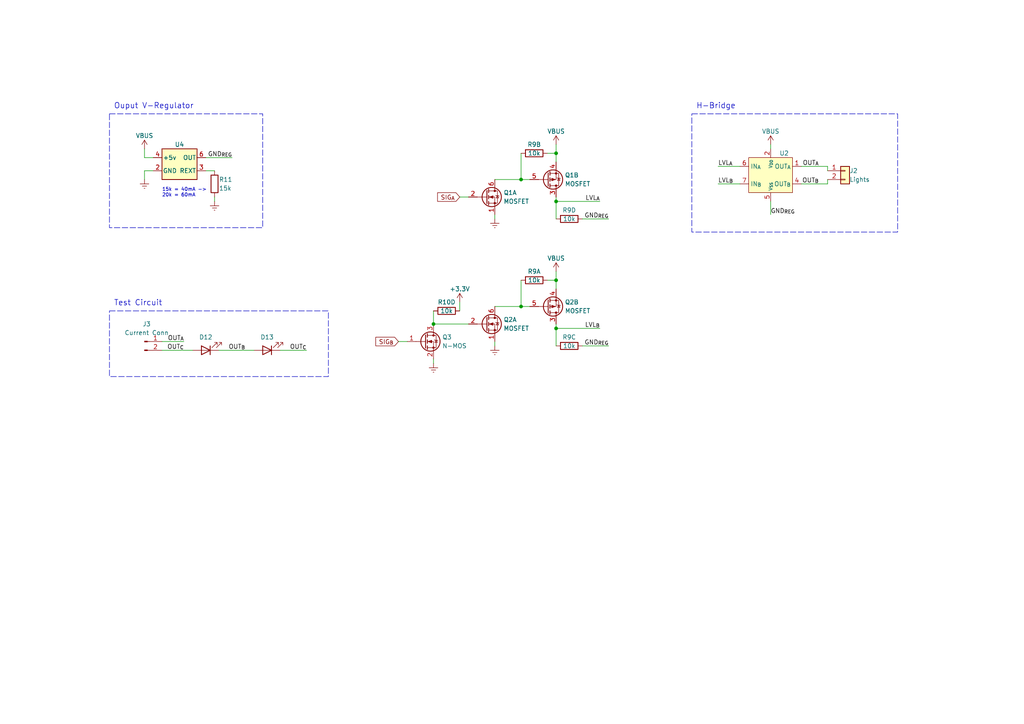
<source format=kicad_sch>
(kicad_sch (version 20231120) (generator "eeschema") (generator_version "8.0")
  (paper "A4")
  (lib_symbols
    (symbol "Connector:Conn_01x02_Pin" (pin_names (offset 1.016) hide)
      (property "Reference" "J" (at 0 2.54 0))
      (property "Value" "Conn_01x02_Pin" (at 0 -5.08 0))
      (symbol "Conn_01x02_Pin_1_1"
        (polyline (pts (xy 1.27 -2.54) (xy 0.8636 -2.54)) (stroke (width 0.1524)))
        (polyline (pts (xy 1.27 0) (xy 0.8636 0)) (stroke (width 0.1524)))
        (rectangle (start 0.8636 -2.413) (end 0 -2.667) (stroke (width 0.1524)) (fill (type outline)))
        (rectangle (start 0.8636 0.127) (end 0 -0.127) (stroke (width 0.1524)) (fill (type outline)))
        (pin passive line (at 5.08 0 180) (length 3.81) (name "Pin_1") (number "1"))
        (pin passive line (at 5.08 -2.54 180) (length 3.81) (name "Pin_2") (number "2"))
      )
    )
    (symbol "_custom:BCR430_CC_LED_Driver" (pin_names (offset 0.254))
      (property "Reference" "U" (at -3.81 5.08 0))
      (property "Value" "LED Driver" (at 0 5.08 0))
      (symbol "BCR430_CC_LED_Driver_1_1"
        (rectangle (start -5.08 3.81) (end 5.08 -5.08) (stroke (width 0.254)) (fill (type background)))
        (pin no_connect line (at 2.54 -7.62 180) (length 2.54) hide (name "NC") (number "1"))
        (pin power_in line (at -7.62 -2.54 0) (length 2.54) (name "GND") (number "2"))
        (pin passive line (at 7.62 -2.54 180) (length 2.54) (name "REXT") (number "3"))
        (pin power_in line (at -7.62 1.27 0) (length 2.54) (name "+5v") (number "4"))
        (pin no_connect line (at 2.54 -10.16 180) (length 2.54) hide (name "NC") (number "5"))
        (pin output line (at 7.62 1.27 180) (length 2.54) (name "OUT") (number "6"))
      )
    )
    (symbol "_custom:Conn_1x02" (pin_names (offset 1.016) hide)
      (property "Reference" "J" (at 0 2.54 0))
      (property "Value" "Conn_1x02" (at 1.27 -5.08 0))
      (symbol "Conn_1x02_1_1"
        (rectangle (start -1.27 -2.413) (end 0 -2.667) (stroke (width 0.1524)))
        (rectangle (start -1.27 0.127) (end 0 -0.127) (stroke (width 0.1524)))
        (rectangle (start -1.27 1.27) (end 1.27 -3.81) (stroke (width 0.254)) (fill (type background)))
        (pin passive line (at -5.08 0 0) (length 3.81) (name "Pin_1") (number "1"))
        (pin passive line (at -5.08 -2.54 0) (length 3.81) (name "Pin_2") (number "2"))
      )
    )
    (symbol "_custom:L9110H_H-Bridge"
      (property "Reference" "U" (at -5.842 6.604 0))
      (symbol "L9110H_H-Bridge_1_1"
        (rectangle (start -6.35 5.08) (end 6.35 -5.08) (fill (type background)))
        (pin output line (at 8.89 2.54 180) (length 2.54) (name "OUT_{A}") (number "1"))
        (pin power_in line (at 0 7.62 270) (length 2.54) (name "V_{DD}") (number "2"))
        (pin power_in line (at 0 7.62 270) (length 2.54) hide (name "V_{DD}") (number "3"))
        (pin output line (at 8.89 -2.54 180) (length 2.54) (name "OUT_{B}") (number "4"))
        (pin power_in line (at 0 -7.62 90) (length 2.54) (name "V_{SS}") (number "5"))
        (pin input line (at -8.89 2.54 0) (length 2.54) (name "IN_{A}") (number "6"))
        (pin input line (at -8.89 -2.54 0) (length 2.54) (name "IN_{B}") (number "7"))
        (pin power_in line (at 0 -7.62 90) (length 2.54) hide (name "V_{SS}") (number "8"))
      )
    )
    (symbol "_custom:LED_Standard" (pin_numbers hide) (pin_names (offset 1.016) hide)
      (property "Reference" "D" (at 0 2.54 0))
      (property "Value" "LED_Standard" (at 0 -2.54 0))
      (symbol "LED_Standard_0_1"
        (polyline (pts (xy -1.27 -1.27) (xy -1.27 1.27)) (stroke (width 0.254)))
        (polyline (pts (xy -1.27 0) (xy 1.27 0)))
        (polyline (pts (xy 1.27 -1.27) (xy 1.27 1.27) (xy -1.27 0) (xy 1.27 -1.27)) (stroke (width 0.254)))
        (polyline (pts (xy -3.048 -0.762) (xy -4.572 -2.286) (xy -3.81 -2.286) (xy -4.572 -2.286) (xy -4.572 -1.524)))
        (polyline (pts (xy -1.778 -0.762) (xy -3.302 -2.286) (xy -2.54 -2.286) (xy -3.302 -2.286) (xy -3.302 -1.524)))
      )
      (symbol "LED_Standard_1_1"
        (pin passive line (at -3.81 0 0) (length 2.54) (name "K") (number "1"))
        (pin passive line (at 3.81 0 180) (length 2.54) (name "A") (number "2"))
      )
    )
    (symbol "_custom:MOSFET_N-Ch" (pin_names hide)
      (property "Reference" "Q" (at 5.08 1.905 0))
      (property "Value" "N-MOS" (at 5.08 0 0))
      (symbol "MOSFET_N-Ch_0_1"
        (polyline (pts (xy 0.254 0) (xy -2.54 0)))
        (polyline (pts (xy 0.254 1.905) (xy 0.254 -1.905)) (stroke (width 0.254)))
        (polyline (pts (xy 0.762 -1.27) (xy 0.762 -2.286)) (stroke (width 0.254)))
        (polyline (pts (xy 0.762 0.508) (xy 0.762 -0.508)) (stroke (width 0.254)))
        (polyline (pts (xy 0.762 2.286) (xy 0.762 1.27)) (stroke (width 0.254)))
        (polyline (pts (xy 2.54 2.54) (xy 2.54 1.778)))
        (polyline (pts (xy 2.54 -2.54) (xy 2.54 0) (xy 0.762 0)))
        (polyline (pts (xy 0.762 -1.778) (xy 3.302 -1.778) (xy 3.302 1.778) (xy 0.762 1.778)))
        (polyline (pts (xy 1.016 0) (xy 2.032 0.381) (xy 2.032 -0.381) (xy 1.016 0)) (fill (type outline)))
        (polyline (pts (xy 2.794 0.508) (xy 2.921 0.381) (xy 3.683 0.381) (xy 3.81 0.254)))
        (polyline (pts (xy 3.302 0.381) (xy 2.921 -0.254) (xy 3.683 -0.254) (xy 3.302 0.381)))
        (circle (center 1.651 0) (radius 2.794) (stroke (width 0.254)))
        (circle (center 2.54 -1.778) (radius 0.254) (fill (type outline)))
        (circle (center 2.54 1.778) (radius 0.254) (fill (type outline)))
      )
      (symbol "MOSFET_N-Ch_1_1"
        (pin input line (at -5.08 0 0) (length 2.54) (name "G") (number "1"))
        (pin passive line (at 2.54 -5.08 90) (length 2.54) (name "S") (number "2"))
        (pin passive line (at 2.54 5.08 270) (length 2.54) (name "D") (number "3"))
      )
    )
    (symbol "_custom:MOSFET_PAIR_NP" (pin_names hide)
      (property "Reference" "Q" (at 5.842 2.032 0))
      (property "Value" "MOSFET" (at 8.89 0 0))
      (symbol "MOSFET_PAIR_NP_1_1"
        (polyline (pts (xy 0.254 0) (xy -2.54 0)))
        (polyline (pts (xy 0.254 1.905) (xy 0.254 -1.905)) (stroke (width 0.254)))
        (polyline (pts (xy 0.762 -1.27) (xy 0.762 -2.286)) (stroke (width 0.254)))
        (polyline (pts (xy 0.762 0.508) (xy 0.762 -0.508)) (stroke (width 0.254)))
        (polyline (pts (xy 0.762 2.286) (xy 0.762 1.27)) (stroke (width 0.254)))
        (polyline (pts (xy 2.54 2.54) (xy 2.54 1.778)))
        (polyline (pts (xy 2.54 -2.54) (xy 2.54 0) (xy 0.762 0)))
        (polyline (pts (xy 0.762 -1.778) (xy 3.302 -1.778) (xy 3.302 1.778) (xy 0.762 1.778)))
        (polyline (pts (xy 1.016 0) (xy 2.032 0.381) (xy 2.032 -0.381) (xy 1.016 0)) (fill (type outline)))
        (polyline (pts (xy 2.794 0.508) (xy 2.921 0.381) (xy 3.683 0.381) (xy 3.81 0.254)))
        (polyline (pts (xy 3.302 0.381) (xy 2.921 -0.254) (xy 3.683 -0.254) (xy 3.302 0.381)))
        (circle (center 1.651 0) (radius 2.794) (stroke (width 0.254)))
        (circle (center 2.54 -1.778) (radius 0.254) (fill (type outline)))
        (circle (center 2.54 1.778) (radius 0.254) (fill (type outline)))
        (pin passive line (at 2.54 -5.08 90) (length 2.54) (name "S_{A}") (number "1"))
        (pin input line (at -5.08 0 0) (length 2.54) (name "G_{A}") (number "2"))
        (pin passive line (at 2.54 5.08 270) (length 2.54) (name "D_{A}") (number "6"))
      )
      (symbol "MOSFET_PAIR_NP_1_2"
        (pin input line (at -6.35 0 0) (length 2.54) (name "G_{A}") (number "2"))
      )
      (symbol "MOSFET_PAIR_NP_2_1"
        (polyline (pts (xy 0.254 -1.905) (xy 0.254 1.905)) (stroke (width 0.254)))
        (polyline (pts (xy 0.254 0) (xy -2.54 0)))
        (polyline (pts (xy 0.762 -2.286) (xy 0.762 -1.27)) (stroke (width 0.254)))
        (polyline (pts (xy 0.762 -0.508) (xy 0.762 0.508)) (stroke (width 0.254)))
        (polyline (pts (xy 0.762 1.27) (xy 0.762 2.286)) (stroke (width 0.254)))
        (polyline (pts (xy 2.54 -2.54) (xy 2.54 -1.778)))
        (polyline (pts (xy 2.54 2.54) (xy 2.54 0) (xy 0.762 0)))
        (polyline (pts (xy 0.762 -1.778) (xy 3.302 -1.778) (xy 3.302 1.778) (xy 0.762 1.778)))
        (polyline (pts (xy 2.286 0) (xy 1.27 -0.381) (xy 1.27 0.381) (xy 2.286 0)) (fill (type outline)))
        (polyline (pts (xy 2.794 0.508) (xy 2.921 0.381) (xy 3.683 0.381) (xy 3.81 0.254)))
        (polyline (pts (xy 3.302 0.381) (xy 2.921 -0.254) (xy 3.683 -0.254) (xy 3.302 0.381)))
        (circle (center 1.651 0) (radius 2.794) (stroke (width 0.254)))
        (circle (center 2.54 -1.778) (radius 0.254) (fill (type outline)))
        (circle (center 2.54 1.778) (radius 0.254) (fill (type outline)))
        (pin passive line (at 2.54 -5.08 90) (length 2.54) (name "D_{B}") (number "3"))
        (pin passive line (at 2.54 5.08 270) (length 2.54) (name "S_{B}") (number "4"))
        (pin input line (at -5.08 0 0) (length 2.54) (name "G_{B}") (number "5"))
      )
    )
    (symbol "_custom:Resistor_Array_4x" (pin_numbers hide) (pin_names (offset 0))
      (property "Reference" "R" (at 0 2.032 0))
      (property "Value" "R_Array" (at 0 -2.54 0))
      (symbol "Resistor_Array_4x_0_1"
        (rectangle (start 2.54 -1.016) (end -2.54 1.016) (stroke (width 0.254)))
      )
      (symbol "Resistor_Array_4x_1_1"
        (pin passive line (at -3.81 0 0) (length 1.27) (name "~") (number "1"))
        (pin passive line (at 3.81 0 180) (length 1.27) (name "~") (number "2"))
      )
      (symbol "Resistor_Array_4x_2_1"
        (pin passive line (at -3.81 0 0) (length 1.27) (name "~") (number "3"))
        (pin passive line (at 3.81 0 180) (length 1.27) (name "~") (number "4"))
      )
      (symbol "Resistor_Array_4x_3_1"
        (pin passive line (at -3.81 0 0) (length 1.27) (name "~") (number "5"))
        (pin passive line (at 3.81 0 180) (length 1.27) (name "~") (number "6"))
      )
      (symbol "Resistor_Array_4x_4_1"
        (pin passive line (at -3.81 0 0) (length 1.27) (name "~") (number "7"))
        (pin passive line (at 3.81 0 180) (length 1.27) (name "~") (number "8"))
      )
    )
    (symbol "_custom:Resistor_Standard" (pin_numbers hide) (pin_names (offset 0))
      (property "Reference" "R" (at 2.032 0 90))
      (property "Value" "Resistor_Standard" (at -2.54 0 90))
      (symbol "Resistor_Standard_0_1"
        (rectangle (start -1.016 -2.54) (end 1.016 2.54) (stroke (width 0.254)))
      )
      (symbol "Resistor_Standard_1_1"
        (pin passive line (at 0 3.81 270) (length 1.27) (name "~") (number "1"))
        (pin passive line (at 0 -3.81 90) (length 1.27) (name "~") (number "2"))
      )
    )
    (symbol "power:+3.3V" (power) (pin_names (offset 0))
      (property "Value" "+3.3V" (at 0 3.556 0))
      (symbol "+3.3V_0_1"
        (polyline (pts (xy -0.762 1.27) (xy 0 2.54)))
        (polyline (pts (xy 0 0) (xy 0 2.54)))
        (polyline (pts (xy 0 2.54) (xy 0.762 1.27)))
      )
      (symbol "+3.3V_1_1"
        (pin power_in line (at 0 0 90) (length 0) hide (name "+3.3V") (number "1"))
      )
    )
    (symbol "power:GNDREF" (power) (pin_names (offset 0))
      (property "Value" "GNDREF" (at 0 -3.81 0))
      (symbol "GNDREF_0_1"
        (polyline (pts (xy -0.635 -1.905) (xy 0.635 -1.905)))
        (polyline (pts (xy -0.127 -2.54) (xy 0.127 -2.54)))
        (polyline (pts (xy 0 -1.27) (xy 0 0)))
        (polyline (pts (xy 1.27 -1.27) (xy -1.27 -1.27)))
      )
      (symbol "GNDREF_1_1"
        (pin power_in line (at 0 0 270) (length 0) hide (name "GNDREF") (number "1"))
      )
    )
    (symbol "power:VBUS" (power) (pin_names (offset 0))
      (property "Value" "VBUS" (at 0 3.81 0))
      (symbol "VBUS_0_1"
        (polyline (pts (xy -0.762 1.27) (xy 0 2.54)))
        (polyline (pts (xy 0 0) (xy 0 2.54)))
        (polyline (pts (xy 0 2.54) (xy 0.762 1.27)))
      )
      (symbol "VBUS_1_1"
        (pin power_in line (at 0 0 90) (length 0) hide (name "VBUS") (number "1"))
      )
    )
  )
  (junction (at 161.29 81.28))
  (junction (at 161.29 95.25))
  (junction (at 151.13 52.07))
  (junction (at 161.29 58.42))
  (junction (at 125.73 93.98))
  (junction (at 151.13 88.9))
  (junction (at 161.29 44.45))
  (wire (pts (xy 143.51 88.9) (xy 151.13 88.9)))
  (wire (pts (xy 168.91 100.33) (xy 176.53 100.33)))
  (wire (pts (xy 161.29 41.91) (xy 161.29 44.45)))
  (wire (pts (xy 143.51 99.06) (xy 143.51 100.33)))
  (wire (pts (xy 133.35 57.15) (xy 135.89 57.15)))
  (wire (pts (xy 158.75 81.28) (xy 161.29 81.28)))
  (wire (pts (xy 161.29 58.42) (xy 161.29 63.5)))
  (wire (pts (xy 161.29 44.45) (xy 161.29 46.99)))
  (wire (pts (xy 208.28 53.34) (xy 214.63 53.34)))
  (wire (pts (xy 151.13 81.28) (xy 151.13 88.9)))
  (wire (pts (xy 125.73 90.17) (xy 125.73 93.98)))
  (wire (pts (xy 63.5 101.6) (xy 73.66 101.6)))
  (wire (pts (xy 161.29 81.28) (xy 161.29 83.82)))
  (wire (pts (xy 59.69 45.72) (xy 67.31 45.72)))
  (wire (pts (xy 208.28 48.26) (xy 214.63 48.26)))
  (wire (pts (xy 151.13 88.9) (xy 153.67 88.9)))
  (wire (pts (xy 81.28 101.6) (xy 88.9 101.6)))
  (wire (pts (xy 41.91 45.72) (xy 41.91 43.18)))
  (wire (pts (xy 158.75 44.45) (xy 161.29 44.45)))
  (wire (pts (xy 161.29 95.25) (xy 161.29 100.33)))
  (wire (pts (xy 161.29 95.25) (xy 173.99 95.25)))
  (wire (pts (xy 62.23 57.15) (xy 62.23 58.42)))
  (wire (pts (xy 125.73 104.14) (xy 125.73 105.41)))
  (wire (pts (xy 223.52 58.42) (xy 223.52 62.23)))
  (wire (pts (xy 240.03 48.26) (xy 240.03 49.53)))
  (wire (pts (xy 125.73 93.98) (xy 135.89 93.98)))
  (wire (pts (xy 168.91 63.5) (xy 176.53 63.5)))
  (wire (pts (xy 151.13 44.45) (xy 151.13 52.07)))
  (wire (pts (xy 44.45 49.53) (xy 41.91 49.53)))
  (wire (pts (xy 240.03 53.34) (xy 240.03 52.07)))
  (wire (pts (xy 161.29 57.15) (xy 161.29 58.42)))
  (wire (pts (xy 44.45 45.72) (xy 41.91 45.72)))
  (wire (pts (xy 59.69 49.53) (xy 62.23 49.53)))
  (wire (pts (xy 133.35 87.63) (xy 133.35 90.17)))
  (wire (pts (xy 46.99 101.6) (xy 55.88 101.6)))
  (wire (pts (xy 223.52 41.91) (xy 223.52 43.18)))
  (wire (pts (xy 161.29 93.98) (xy 161.29 95.25)))
  (wire (pts (xy 232.41 53.34) (xy 240.03 53.34)))
  (wire (pts (xy 115.57 99.06) (xy 118.11 99.06)))
  (wire (pts (xy 151.13 52.07) (xy 153.67 52.07)))
  (wire (pts (xy 143.51 52.07) (xy 151.13 52.07)))
  (wire (pts (xy 232.41 48.26) (xy 240.03 48.26)))
  (wire (pts (xy 143.51 62.23) (xy 143.51 63.5)))
  (wire (pts (xy 161.29 78.74) (xy 161.29 81.28)))
  (wire (pts (xy 46.99 99.06) (xy 53.34 99.06)))
  (wire (pts (xy 41.91 49.53) (xy 41.91 52.07)))
  (wire (pts (xy 161.29 58.42) (xy 173.99 58.42)))
  (rectangle (start 31.75 90.17) (end 95.25 109.22) (stroke (width 0) (type dash)))
  (rectangle (start 200.66 33.02) (end 260.35 67.31) (stroke (width 0) (type dash)))
  (rectangle (start 31.75 33.02) (end 76.2 66.04) (stroke (width 0) (type dash)))
  (text "H-Bridge" (at 201.93 31.75 0) (effects (font (size 1.6 1.6)) (justify left bottom)))
  (text "Ouput V-Regulator" (at 33.02 31.75 0) (effects (font (size 1.6 1.6)) (justify left bottom)))
  (text "15k = 40mA ->\n20k = 60mA" (at 46.99 55.88 0) (effects (font (size 1 1)) (justify left)))
  (text "Test Circuit" (at 33.02 88.9 0) (effects (font (size 1.6 1.6)) (justify left bottom)))
  (label "LVL_{B}" (at 208.28 53.34 0))
  (label "OUT_{A}" (at 237.49 48.26 180))
  (label "OUT_{B}" (at 71.12 101.6 180))
  (label "GND_{REG}" (at 176.53 63.5 180))
  (label "LVL_{A}" (at 173.99 58.42 180))
  (label "LVL_{A}" (at 208.28 48.26 0))
  (label "LVL_{B}" (at 173.99 95.25 180))
  (label "OUT_{A}" (at 53.34 99.06 180))
  (label "OUT_{C}" (at 53.34 101.6 180))
  (label "GND_{REG}" (at 176.53 100.33 180))
  (label "GND_{REG}" (at 67.31 45.72 180))
  (label "OUT_{C}" (at 88.9 101.6 180))
  (label "OUT_{B}" (at 237.49 53.34 180))
  (label "GND_{REG}" (at 223.52 62.23 0))
  (global_label "SIG_{B}" (shape input) (at 115.57 99.06 180) (property "Intersheetrefs" "${INTERSHEET_REFS}" (effects (hide yes))))
  (global_label "SIG_{A}" (shape input) (at 133.35 57.15 180) (property "Intersheetrefs" "${INTERSHEET_REFS}" (effects (hide yes))))
  (symbol (lib_id "_custom:MOSFET_PAIR_NP") (at 140.97 93.98 0) (unit 1)
    (property "Reference" "Q2" (at 146.05 92.71 0) (effects (justify left)))
    (property "Value" "MOSFET" (at 146.05 95.25 0) (effects (justify left)))
    (property "Footprint" "_custom:GenericIC_SOT-363" (effects (hide yes)))
    (property "Description" "Dual MOSFET N+P" (effects (hide yes)))
  )
  (symbol (lib_id "_custom:Resistor_Array_4x") (at 165.1 100.33 0) (unit 3)
    (property "Reference" "R9" (at 165.1 97.79 0))
    (property "Value" "10k" (at 165.1 100.33 0))
    (property "Footprint" "_custom:R_Array_4x1206_Convex" (effects (hide yes)))
    (property "Description" "Resistor" (effects (hide yes)))
  )
  (symbol (lib_id "_custom:MOSFET_N-Ch") (at 123.19 99.06 0) (unit 1)
    (property "Reference" "Q3" (at 128.27 97.79 0) (effects (justify left)))
    (property "Value" "N-MOS" (at 128.27 100.33 0) (effects (justify left)))
    (property "Footprint" "_custom:Transistor_SOT-323" (effects (hide yes)))
    (property "Description" "N-Channel MOSFET" (effects (hide yes)))
  )
  (symbol (lib_id "power:VBUS") (at 161.29 41.91 0) (unit 1)
    (property "Reference" "#PWR055" (effects (hide yes)))
    (property "Value" "VBUS" (at 161.29 38.1 0))
  )
  (symbol (lib_id "_custom:L9110H_H-Bridge") (at 223.52 50.8 0) (unit 1)
    (property "Reference" "U2" (at 226.06 44.45 0) (effects (justify left)))
    (property "Value" "L9110H" (effects (hide yes)))
    (property "Footprint" "_custom:GenericIC_TH-DIP-8" (effects (hide yes)))
    (property "Description" "H-Bridge driver for motors and LEDs" (effects (hide yes)))
  )
  (symbol (lib_id "_custom:MOSFET_PAIR_NP") (at 158.75 52.07 0) (unit 2)
    (property "Reference" "Q1" (at 163.83 50.8 0) (effects (justify left)))
    (property "Value" "MOSFET" (at 163.83 53.34 0) (effects (justify left)))
    (property "Footprint" "_custom:GenericIC_SOT-363" (effects (hide yes)))
    (property "Description" "Dual MOSFET N+P" (effects (hide yes)))
  )
  (symbol (lib_id "_custom:Resistor_Standard") (at 62.23 53.34 0) (unit 1)
    (property "Reference" "R11" (at 63.5 52.07 0) (effects (justify left)))
    (property "Value" "15k" (at 63.5 54.61 0) (effects (justify left)))
    (property "Footprint" "_custom:R_0805_HandSolder" (effects (hide yes)))
    (property "Description" "Resistor" (effects (hide yes)))
  )
  (symbol (lib_id "power:VBUS") (at 41.91 43.18 0) (unit 1)
    (property "Reference" "#PWR047" (effects (hide yes)))
    (property "Value" "VBUS" (at 41.91 39.37 0))
  )
  (symbol (lib_id "_custom:Resistor_Array_4x") (at 154.94 81.28 0) (unit 1)
    (property "Reference" "R9" (at 154.94 78.74 0))
    (property "Value" "10k" (at 154.94 81.28 0))
    (property "Footprint" "_custom:R_Array_4x1206_Convex" (effects (hide yes)))
    (property "Description" "Resistor" (effects (hide yes)))
  )
  (symbol (lib_id "Connector:Conn_01x02_Pin") (at 41.91 99.06 0) (unit 1)
    (property "Reference" "J3" (at 42.545 93.98 0))
    (property "Value" "Current Conn" (at 42.545 96.52 0))
    (property "Footprint" "Connector_PinHeader_2.54mm:PinHeader_1x02_P2.54mm_Vertical" (effects (hide yes)))
    (property "Description" "Generic connector, single row, 01x02, script generated" (effects (hide yes)))
  )
  (symbol (lib_id "_custom:LED_Standard") (at 59.69 101.6 180) (unit 1)
    (property "Reference" "D12" (at 59.69 97.79 0))
    (property "Value" "MP-LED" (effects (hide yes)))
    (property "Footprint" "_custom:LED_MP-Cathode_1113" (effects (hide yes)))
    (property "Description" "Light emitting diode" (effects (hide yes)))
  )
  (symbol (lib_id "power:GNDREF") (at 143.51 100.33 0) (unit 1)
    (property "Reference" "#PWR056" (effects (hide yes)))
    (property "Value" "GNDREF" (effects (hide yes)))
  )
  (symbol (lib_id "power:GNDREF") (at 62.23 58.42 0) (unit 1)
    (property "Reference" "#PWR051" (effects (hide yes)))
    (property "Value" "GNDREF" (effects (hide yes)))
  )
  (symbol (lib_id "power:GNDREF") (at 125.73 105.41 0) (unit 1)
    (property "Reference" "#PWR058" (effects (hide yes)))
    (property "Value" "GNDREF" (effects (hide yes)))
  )
  (symbol (lib_id "power:VBUS") (at 223.52 41.91 0) (unit 1)
    (property "Reference" "#PWR052" (effects (hide yes)))
    (property "Value" "VBUS" (at 223.52 38.1 0))
  )
  (symbol (lib_id "_custom:Conn_1x02") (at 245.11 49.53 0) (unit 1)
    (property "Reference" "J2" (at 246.38 49.53 0) (effects (justify left)))
    (property "Value" "Lights" (at 246.38 52.07 0) (effects (justify left)))
    (property "Footprint" "_custom:conn_1x02_JST_PH_P2.00mm_THT_Horizontal" (effects (hide yes)))
    (property "Description" "JST PH 2-pin connector" (effects (hide yes)))
  )
  (symbol (lib_id "_custom:BCR430_CC_LED_Driver") (at 52.07 46.99 0) (unit 1)
    (property "Reference" "U4" (at 52.07 41.91 0))
    (property "Value" "BCR430" (effects (hide yes)))
    (property "Footprint" "_custom:BCR430_CC_LED_Driver" (effects (hide yes)))
    (property "Description" "Constant current LED Driver" (effects (hide yes)))
  )
  (symbol (lib_id "_custom:Resistor_Array_4x") (at 154.94 44.45 0) (unit 2)
    (property "Reference" "R9" (at 154.94 41.91 0))
    (property "Value" "10k" (at 154.94 44.45 0))
    (property "Footprint" "_custom:R_Array_4x1206_Convex" (effects (hide yes)))
    (property "Description" "Resistor" (effects (hide yes)))
  )
  (symbol (lib_id "power:VBUS") (at 161.29 78.74 0) (unit 1)
    (property "Reference" "#PWR057" (effects (hide yes)))
    (property "Value" "VBUS" (at 161.29 74.93 0))
  )
  (symbol (lib_id "_custom:MOSFET_PAIR_NP") (at 140.97 57.15 0) (unit 1)
    (property "Reference" "Q1" (at 146.05 55.88 0) (effects (justify left)))
    (property "Value" "MOSFET" (at 146.05 58.42 0) (effects (justify left)))
    (property "Footprint" "_custom:GenericIC_SOT-363" (effects (hide yes)))
    (property "Description" "Dual MOSFET N+P" (effects (hide yes)))
  )
  (symbol (lib_id "power:GNDREF") (at 41.91 52.07 0) (unit 1)
    (property "Reference" "#PWR048" (effects (hide yes)))
    (property "Value" "GNDREF" (effects (hide yes)))
  )
  (symbol (lib_id "power:+3.3V") (at 133.35 87.63 0) (unit 1)
    (property "Reference" "#PWR059" (effects (hide yes)))
    (property "Value" "+3.3V" (at 133.35 83.82 0))
  )
  (symbol (lib_id "_custom:LED_Standard") (at 77.47 101.6 180) (unit 1)
    (property "Reference" "D13" (at 77.47 97.79 0))
    (property "Value" "MP-LED" (effects (hide yes)))
    (property "Footprint" "_custom:LED_MP-Cathode_1113" (effects (hide yes)))
    (property "Description" "Light emitting diode" (effects (hide yes)))
  )
  (symbol (lib_id "_custom:Resistor_Array_4x") (at 129.54 90.17 180) (unit 4)
    (property "Reference" "R10" (at 129.54 87.63 0))
    (property "Value" "10k" (at 129.54 90.17 0))
    (property "Footprint" "_custom:R_Array_4x1206_Convex" (effects (hide yes)))
    (property "Description" "Resistor" (effects (hide yes)))
  )
  (symbol (lib_id "power:GNDREF") (at 143.51 63.5 0) (unit 1)
    (property "Reference" "#PWR053" (effects (hide yes)))
    (property "Value" "GNDREF" (effects (hide yes)))
  )
  (symbol (lib_id "_custom:Resistor_Array_4x") (at 165.1 63.5 0) (unit 4)
    (property "Reference" "R9" (at 165.1 60.96 0))
    (property "Value" "10k" (at 165.1 63.5 0))
    (property "Footprint" "_custom:R_Array_4x1206_Convex" (effects (hide yes)))
    (property "Description" "Resistor" (effects (hide yes)))
  )
  (symbol (lib_id "_custom:MOSFET_PAIR_NP") (at 158.75 88.9 0) (unit 2)
    (property "Reference" "Q2" (at 163.83 87.63 0) (effects (justify left)))
    (property "Value" "MOSFET" (at 163.83 90.17 0) (effects (justify left)))
    (property "Footprint" "_custom:GenericIC_SOT-363" (effects (hide yes)))
    (property "Description" "Dual MOSFET N+P" (effects (hide yes)))
  )
)
</source>
